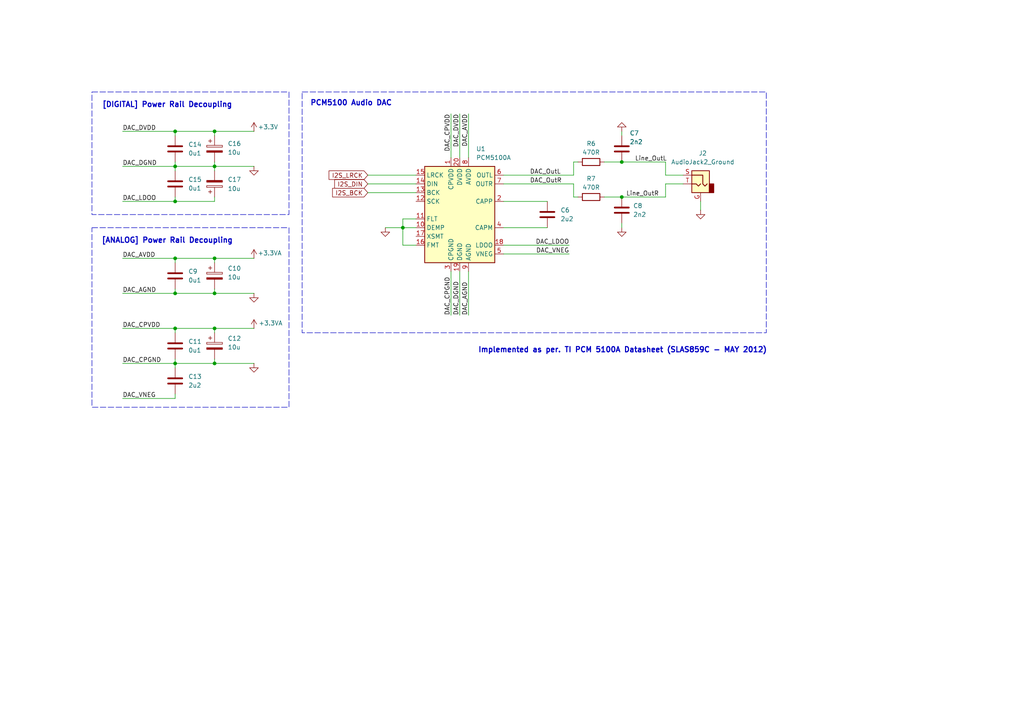
<source format=kicad_sch>
(kicad_sch (version 20231120) (generator "eeschema") (generator_version "8.0")
  (paper "A4")
  (lib_symbols
    (symbol "Audio:PCM5100A"
      (property "Reference" "U" (at -10.16 13.97 0))
      (property "Value" "PCM5100A" (at 3.81 13.97 0))
      (symbol "PCM5100A_0_1"
        (rectangle (start -10.16 12.7) (end 10.16 -15.24) (stroke (width 0.254)) (fill (type background)))
      )
      (symbol "PCM5100A_1_1"
        (pin passive line (at -2.54 15.24 270) (length 2.54) (name "CPVDD") (number "1"))
        (pin input line (at -12.7 -5.08 0) (length 2.54) (name "DEMP") (number "10"))
        (pin input line (at -12.7 -2.54 0) (length 2.54) (name "FLT") (number "11"))
        (pin input line (at -12.7 2.54 0) (length 2.54) (name "SCK") (number "12"))
        (pin input line (at -12.7 5.08 0) (length 2.54) (name "BCK") (number "13"))
        (pin input line (at -12.7 7.62 0) (length 2.54) (name "DIN") (number "14"))
        (pin input line (at -12.7 10.16 0) (length 2.54) (name "LRCK") (number "15"))
        (pin input line (at -12.7 -10.16 0) (length 2.54) (name "FMT") (number "16"))
        (pin input line (at -12.7 -7.62 0) (length 2.54) (name "XSMT") (number "17"))
        (pin passive line (at 12.7 -10.16 180) (length 2.54) (name "LDOO") (number "18"))
        (pin power_in line (at 0 -17.78 90) (length 2.54) (name "DGND") (number "19"))
        (pin passive line (at 12.7 2.54 180) (length 2.54) (name "CAPP") (number "2"))
        (pin power_in line (at 0 15.24 270) (length 2.54) (name "DVDD") (number "20"))
        (pin power_in line (at -2.54 -17.78 90) (length 2.54) (name "CPGND") (number "3"))
        (pin passive line (at 12.7 -5.08 180) (length 2.54) (name "CAPM") (number "4"))
        (pin passive line (at 12.7 -12.7 180) (length 2.54) (name "VNEG") (number "5"))
        (pin output line (at 12.7 10.16 180) (length 2.54) (name "OUTL") (number "6"))
        (pin output line (at 12.7 7.62 180) (length 2.54) (name "OUTR") (number "7"))
        (pin power_in line (at 2.54 15.24 270) (length 2.54) (name "AVDD") (number "8"))
        (pin power_in line (at 2.54 -17.78 90) (length 2.54) (name "AGND") (number "9"))
      )
    )
    (symbol "Connector_Audio:AudioJack2_Ground"
      (property "Reference" "J" (at 0 8.89 0))
      (property "Value" "AudioJack2_Ground" (at 0 6.35 0))
      (symbol "AudioJack2_Ground_0_1"
        (rectangle (start -2.54 -2.54) (end -3.81 0) (stroke (width 0.254)) (fill (type outline)))
        (polyline (pts (xy 0 0) (xy 0.635 -0.635) (xy 1.27 0) (xy 2.54 0)) (stroke (width 0.254)))
        (polyline (pts (xy 2.54 2.54) (xy -0.635 2.54) (xy -0.635 0) (xy -1.27 -0.635) (xy -1.905 0)) (stroke (width 0.254)))
        (rectangle (start 2.54 3.81) (end -2.54 -2.54) (stroke (width 0.254)) (fill (type background)))
      )
      (symbol "AudioJack2_Ground_1_1"
        (pin passive line (at 0 -5.08 90) (length 2.54) (name "~") (number "G"))
        (pin passive line (at 5.08 2.54 180) (length 2.54) (name "~") (number "S"))
        (pin passive line (at 5.08 0 180) (length 2.54) (name "~") (number "T"))
      )
    )
    (symbol "Device:C" (pin_numbers hide) (pin_names (offset 0.254))
      (property "Reference" "C" (at 0.635 2.54 0))
      (property "Value" "C" (at 0.635 -2.54 0))
      (symbol "C_0_1"
        (polyline (pts (xy -2.032 -0.762) (xy 2.032 -0.762)) (stroke (width 0.508)))
        (polyline (pts (xy -2.032 0.762) (xy 2.032 0.762)) (stroke (width 0.508)))
      )
      (symbol "C_1_1"
        (pin passive line (at 0 3.81 270) (length 2.794) (name "~") (number "1"))
        (pin passive line (at 0 -3.81 90) (length 2.794) (name "~") (number "2"))
      )
    )
    (symbol "Device:C_Polarized" (pin_numbers hide) (pin_names (offset 0.254))
      (property "Reference" "C" (at 0.635 2.54 0))
      (property "Value" "C_Polarized" (at 0.635 -2.54 0))
      (symbol "C_Polarized_0_1"
        (rectangle (start -2.286 0.508) (end 2.286 1.016))
        (polyline (pts (xy -1.778 2.286) (xy -0.762 2.286)))
        (polyline (pts (xy -1.27 2.794) (xy -1.27 1.778)))
        (rectangle (start 2.286 -0.508) (end -2.286 -1.016) (fill (type outline)))
      )
      (symbol "C_Polarized_1_1"
        (pin passive line (at 0 3.81 270) (length 2.794) (name "~") (number "1"))
        (pin passive line (at 0 -3.81 90) (length 2.794) (name "~") (number "2"))
      )
    )
    (symbol "Device:R" (pin_numbers hide) (pin_names (offset 0))
      (property "Reference" "R" (at 2.032 0 90))
      (property "Value" "R" (at 0 0 90))
      (symbol "R_0_1"
        (rectangle (start -1.016 -2.54) (end 1.016 2.54) (stroke (width 0.254)))
      )
      (symbol "R_1_1"
        (pin passive line (at 0 3.81 270) (length 1.27) (name "~") (number "1"))
        (pin passive line (at 0 -3.81 90) (length 1.27) (name "~") (number "2"))
      )
    )
    (symbol "power:+3.3V" (power) (pin_numbers hide) (pin_names (offset 0) hide)
      (property "Value" "+3.3V" (at 0 3.556 0))
      (symbol "+3.3V_0_1"
        (polyline (pts (xy -0.762 1.27) (xy 0 2.54)))
        (polyline (pts (xy 0 0) (xy 0 2.54)))
        (polyline (pts (xy 0 2.54) (xy 0.762 1.27)))
      )
      (symbol "+3.3V_1_1"
        (pin power_in line (at 0 0 90) (length 0) (name "~") (number "1"))
      )
    )
    (symbol "power:+3.3VA" (power) (pin_numbers hide) (pin_names (offset 0) hide)
      (property "Value" "+3.3VA" (at 0 3.556 0))
      (symbol "+3.3VA_0_1"
        (polyline (pts (xy -0.762 1.27) (xy 0 2.54)))
        (polyline (pts (xy 0 0) (xy 0 2.54)))
        (polyline (pts (xy 0 2.54) (xy 0.762 1.27)))
      )
      (symbol "+3.3VA_1_1"
        (pin power_in line (at 0 0 90) (length 0) (name "~") (number "1"))
      )
    )
    (symbol "power:GND" (power) (pin_numbers hide) (pin_names (offset 0) hide)
      (property "Value" "GND" (at 0 -3.81 0))
      (symbol "GND_0_1"
        (polyline (pts (xy 0 0) (xy 0 -1.27) (xy 1.27 -1.27) (xy 0 -2.54) (xy -1.27 -1.27) (xy 0 -1.27)))
      )
      (symbol "GND_1_1"
        (pin power_in line (at 0 0 270) (length 0) (name "~") (number "1"))
      )
    )
  )
  (junction (at 62.23 105.41))
  (junction (at 50.8 95.25))
  (junction (at 62.23 95.25))
  (junction (at 62.23 74.93))
  (junction (at 116.84 66.04))
  (junction (at 180.34 57.15))
  (junction (at 50.8 85.09))
  (junction (at 62.23 85.09))
  (junction (at 50.8 105.41))
  (junction (at 180.34 46.99))
  (junction (at 50.8 48.26))
  (junction (at 62.23 48.26))
  (junction (at 50.8 58.42))
  (junction (at 50.8 38.1))
  (junction (at 50.8 74.93))
  (junction (at 62.23 38.1))
  (wire (pts (xy 116.84 71.12) (xy 116.84 66.04)))
  (wire (pts (xy 130.81 33.02) (xy 130.81 45.72)))
  (wire (pts (xy 180.34 38.1) (xy 180.34 39.37)))
  (wire (pts (xy 62.23 85.09) (xy 73.66 85.09)))
  (wire (pts (xy 50.8 76.2) (xy 50.8 74.93)))
  (wire (pts (xy 175.26 57.15) (xy 180.34 57.15)))
  (wire (pts (xy 120.65 63.5) (xy 116.84 63.5)))
  (wire (pts (xy 146.05 58.42) (xy 158.75 58.42)))
  (wire (pts (xy 50.8 74.93) (xy 35.56 74.93)))
  (wire (pts (xy 146.05 66.04) (xy 158.75 66.04)))
  (wire (pts (xy 166.37 57.15) (xy 167.64 57.15)))
  (wire (pts (xy 50.8 74.93) (xy 62.23 74.93)))
  (wire (pts (xy 50.8 85.09) (xy 50.8 83.82)))
  (wire (pts (xy 193.04 53.34) (xy 193.04 57.15)))
  (wire (pts (xy 50.8 105.41) (xy 50.8 106.68)))
  (wire (pts (xy 62.23 104.14) (xy 62.23 105.41)))
  (wire (pts (xy 193.04 57.15) (xy 180.34 57.15)))
  (wire (pts (xy 50.8 95.25) (xy 62.23 95.25)))
  (wire (pts (xy 62.23 95.25) (xy 73.66 95.25)))
  (wire (pts (xy 50.8 58.42) (xy 35.56 58.42)))
  (wire (pts (xy 130.81 78.74) (xy 130.81 91.44)))
  (wire (pts (xy 198.12 50.8) (xy 193.04 50.8)))
  (wire (pts (xy 166.37 57.15) (xy 166.37 53.34)))
  (wire (pts (xy 50.8 115.57) (xy 35.56 115.57)))
  (wire (pts (xy 50.8 95.25) (xy 35.56 95.25)))
  (wire (pts (xy 62.23 38.1) (xy 73.66 38.1)))
  (wire (pts (xy 62.23 48.26) (xy 73.66 48.26)))
  (wire (pts (xy 50.8 105.41) (xy 50.8 104.14)))
  (wire (pts (xy 106.68 55.88) (xy 120.65 55.88)))
  (wire (pts (xy 135.89 33.02) (xy 135.89 45.72)))
  (wire (pts (xy 180.34 64.77) (xy 180.34 66.04)))
  (wire (pts (xy 62.23 58.42) (xy 50.8 58.42)))
  (wire (pts (xy 166.37 50.8) (xy 146.05 50.8)))
  (wire (pts (xy 35.56 48.26) (xy 50.8 48.26)))
  (wire (pts (xy 106.68 53.34) (xy 120.65 53.34)))
  (wire (pts (xy 62.23 76.2) (xy 62.23 74.93)))
  (wire (pts (xy 116.84 66.04) (xy 111.76 66.04)))
  (wire (pts (xy 50.8 39.37) (xy 50.8 38.1)))
  (wire (pts (xy 35.56 105.41) (xy 50.8 105.41)))
  (wire (pts (xy 35.56 85.09) (xy 50.8 85.09)))
  (wire (pts (xy 106.68 50.8) (xy 120.65 50.8)))
  (wire (pts (xy 62.23 74.93) (xy 73.66 74.93)))
  (wire (pts (xy 133.35 33.02) (xy 133.35 45.72)))
  (wire (pts (xy 203.2 60.96) (xy 203.2 58.42)))
  (wire (pts (xy 166.37 46.99) (xy 167.64 46.99)))
  (wire (pts (xy 62.23 83.82) (xy 62.23 85.09)))
  (wire (pts (xy 135.89 78.74) (xy 135.89 91.44)))
  (wire (pts (xy 146.05 73.66) (xy 165.1 73.66)))
  (wire (pts (xy 62.23 96.52) (xy 62.23 95.25)))
  (wire (pts (xy 50.8 96.52) (xy 50.8 95.25)))
  (wire (pts (xy 62.23 46.99) (xy 62.23 48.26)))
  (wire (pts (xy 50.8 114.3) (xy 50.8 115.57)))
  (wire (pts (xy 50.8 48.26) (xy 50.8 46.99)))
  (wire (pts (xy 62.23 58.42) (xy 62.23 57.15)))
  (wire (pts (xy 175.26 46.99) (xy 180.34 46.99)))
  (wire (pts (xy 62.23 105.41) (xy 73.66 105.41)))
  (wire (pts (xy 50.8 57.15) (xy 50.8 58.42)))
  (wire (pts (xy 62.23 105.41) (xy 50.8 105.41)))
  (wire (pts (xy 62.23 48.26) (xy 62.23 49.53)))
  (wire (pts (xy 180.34 46.99) (xy 193.04 46.99)))
  (wire (pts (xy 50.8 38.1) (xy 62.23 38.1)))
  (wire (pts (xy 120.65 71.12) (xy 116.84 71.12)))
  (wire (pts (xy 62.23 48.26) (xy 50.8 48.26)))
  (wire (pts (xy 193.04 50.8) (xy 193.04 46.99)))
  (wire (pts (xy 50.8 38.1) (xy 35.56 38.1)))
  (wire (pts (xy 62.23 85.09) (xy 50.8 85.09)))
  (wire (pts (xy 133.35 78.74) (xy 133.35 91.44)))
  (wire (pts (xy 116.84 66.04) (xy 116.84 63.5)))
  (wire (pts (xy 50.8 48.26) (xy 50.8 49.53)))
  (wire (pts (xy 166.37 46.99) (xy 166.37 50.8)))
  (wire (pts (xy 198.12 53.34) (xy 193.04 53.34)))
  (wire (pts (xy 62.23 39.37) (xy 62.23 38.1)))
  (wire (pts (xy 120.65 66.04) (xy 116.84 66.04)))
  (wire (pts (xy 166.37 53.34) (xy 146.05 53.34)))
  (wire (pts (xy 146.05 71.12) (xy 165.1 71.12)))
  (rectangle (start 87.63 26.67) (end 222.25 96.52) (stroke (width 0) (type dash)))
  (rectangle (start 26.67 66.04) (end 83.82 118.11) (stroke (width 0) (type dash)))
  (rectangle (start 26.67 26.67) (end 83.82 62.23) (stroke (width 0) (type dash)))
  (text "PCM5100 Audio DAC" (at 101.854 29.972 0) (effects (font (size 1.524 1.524) (thickness 0.3048) (bold yes))))
  (text "[DIGITAL] Power Rail Decoupling" (at 48.514 30.48 0) (effects (font (size 1.524 1.524) (thickness 0.3048) (bold yes))))
  (text "[ANALOG] Power Rail Decoupling" (at 48.514 69.85 0) (effects (font (size 1.524 1.524) (thickness 0.3048) (bold yes))))
  (text "Implemented as per. TI PCM 5100A Datasheet (SLAS859C - MAY 2012)" (at 180.594 101.6 0) (effects (font (size 1.524 1.524) (thickness 0.3048) (bold yes))))
  (label "Line_OutL" (at 184.15 46.99 0))
  (label "DAC_LDOO" (at 35.56 58.42 0))
  (label "DAC_AVDD" (at 35.56 74.93 0))
  (label "DAC_VNEG" (at 35.56 115.57 0))
  (label "DAC_DVDD" (at 133.35 33.02 270))
  (label "DAC_CPGND" (at 130.81 91.44 90))
  (label "DAC_VNEG" (at 165.1 73.66 180))
  (label "DAC_DGND" (at 35.56 48.26 0))
  (label "DAC_OutL" (at 153.67 50.8 0))
  (label "DAC_OutR" (at 153.67 53.34 0))
  (label "DAC_LDOO" (at 165.1 71.12 180))
  (label "DAC_AGND" (at 135.89 91.44 90))
  (label "DAC_CPGND" (at 35.56 105.41 0))
  (label "DAC_CPVDD" (at 35.56 95.25 0))
  (label "DAC_AGND" (at 35.56 85.09 0))
  (label "Line_OutR" (at 181.61 57.15 0))
  (label "DAC_DVDD" (at 35.56 38.1 0))
  (label "DAC_CPVDD" (at 130.81 33.02 270))
  (label "DAC_DGND" (at 133.35 91.44 90))
  (label "DAC_AVDD" (at 135.89 33.02 270))
  (global_label "I2S_DIN" (shape input) (at 106.68 53.34 180) (property "Intersheetrefs" "${INTERSHEET_REFS}" (effects (hide yes))))
  (global_label "I2S_LRCK" (shape input) (at 106.68 50.8 180) (property "Intersheetrefs" "${INTERSHEET_REFS}" (effects (hide yes))))
  (global_label "I2S_BCK" (shape input) (at 106.68 55.88 180) (property "Intersheetrefs" "${INTERSHEET_REFS}" (effects (hide yes))))
  (symbol (lib_id "power:+3.3VA") (at 73.66 95.25 0) (unit 1)
    (property "Reference" "#PWR016" (effects (hide yes)))
    (property "Value" "+3.3VA" (at 78.486 93.726 0))
    (property "Description" "Power symbol creates a global label with name \"+3.3VA\"" (effects (hide yes)))
  )
  (symbol (lib_id "Device:C") (at 50.8 80.01 0) (unit 1)
    (property "Reference" "C9" (at 54.61 78.7399 0) (effects (justify left)))
    (property "Value" "0u1" (at 54.61 81.2799 0) (effects (justify left)))
    (property "Description" "Unpolarized capacitor" (effects (hide yes)))
  )
  (symbol (lib_id "Device:C") (at 50.8 100.33 0) (unit 1)
    (property "Reference" "C11" (at 54.61 99.0599 0) (effects (justify left)))
    (property "Value" "0u1" (at 54.61 101.5999 0) (effects (justify left)))
    (property "Description" "Unpolarized capacitor" (effects (hide yes)))
  )
  (symbol (lib_id "Device:C") (at 180.34 43.18 0) (unit 1)
    (property "Reference" "C7" (at 182.626 38.608 0) (effects (justify left)))
    (property "Value" "2n2" (at 182.626 41.148 0) (effects (justify left)))
    (property "Description" "Unpolarized capacitor" (effects (hide yes)))
  )
  (symbol (lib_id "Device:C_Polarized") (at 62.23 100.33 0) (unit 1)
    (property "Reference" "C12" (at 66.04 98.1709 0) (effects (justify left)))
    (property "Value" "10u" (at 66.04 100.7109 0) (effects (justify left)))
    (property "Description" "Polarized capacitor" (effects (hide yes)))
  )
  (symbol (lib_id "Device:C") (at 50.8 53.34 0) (unit 1)
    (property "Reference" "C15" (at 54.61 52.0699 0) (effects (justify left)))
    (property "Value" "0u1" (at 54.61 54.6099 0) (effects (justify left)))
    (property "Description" "Unpolarized capacitor" (effects (hide yes)))
  )
  (symbol (lib_id "power:GND") (at 203.2 60.96 0) (unit 1)
    (property "Reference" "#PWR013" (effects (hide yes)))
    (property "Value" "GND" (effects (hide yes)))
    (property "Description" "Power symbol creates a global label with name \"GND\" , ground" (effects (hide yes)))
  )
  (symbol (lib_id "Device:C") (at 50.8 110.49 0) (unit 1)
    (property "Reference" "C13" (at 54.61 109.2199 0) (effects (justify left)))
    (property "Value" "2u2" (at 54.61 111.7599 0) (effects (justify left)))
    (property "Description" "Unpolarized capacitor" (effects (hide yes)))
  )
  (symbol (lib_id "Device:C_Polarized") (at 62.23 43.18 0) (unit 1)
    (property "Reference" "C16" (at 66.04 41.656 0) (effects (justify left)))
    (property "Value" "10u" (at 66.04 44.196 0) (effects (justify left)))
    (property "Description" "Polarized capacitor" (effects (hide yes)))
  )
  (symbol (lib_id "Device:C") (at 50.8 43.18 0) (unit 1)
    (property "Reference" "C14" (at 54.61 41.9099 0) (effects (justify left)))
    (property "Value" "0u1" (at 54.61 44.4499 0) (effects (justify left)))
    (property "Description" "Unpolarized capacitor" (effects (hide yes)))
  )
  (symbol (lib_id "Device:C") (at 158.75 62.23 0) (unit 1)
    (property "Reference" "C6" (at 162.56 60.9599 0) (effects (justify left)))
    (property "Value" "2u2" (at 162.56 63.4999 0) (effects (justify left)))
    (property "Description" "Unpolarized capacitor" (effects (hide yes)))
  )
  (symbol (lib_id "Device:C") (at 180.34 60.96 0) (unit 1)
    (property "Reference" "C8" (at 183.642 59.69 0) (effects (justify left)))
    (property "Value" "2n2" (at 183.642 62.23 0) (effects (justify left)))
    (property "Description" "Unpolarized capacitor" (effects (hide yes)))
  )
  (symbol (lib_id "Device:R") (at 171.45 46.99 270) (unit 1)
    (property "Reference" "R6" (at 171.45 41.656 90))
    (property "Value" "470R" (at 171.45 44.196 90))
    (property "Description" "Resistor" (effects (hide yes)))
  )
  (symbol (lib_id "power:GND") (at 180.34 66.04 0) (unit 1)
    (property "Reference" "#PWR012" (effects (hide yes)))
    (property "Value" "GND" (effects (hide yes)))
    (property "Description" "Power symbol creates a global label with name \"GND\" , ground" (effects (hide yes)))
  )
  (symbol (lib_id "power:GND") (at 111.76 66.04 0) (unit 1)
    (property "Reference" "#PWR010" (effects (hide yes)))
    (property "Value" "GND" (effects (hide yes)))
    (property "Description" "Power symbol creates a global label with name \"GND\" , ground" (effects (hide yes)))
  )
  (symbol (lib_id "power:GND") (at 73.66 48.26 0) (unit 1)
    (property "Reference" "#PWR019" (effects (hide yes)))
    (property "Value" "GND" (effects (hide yes)))
    (property "Description" "Power symbol creates a global label with name \"GND\" , ground" (effects (hide yes)))
  )
  (symbol (lib_id "power:GND") (at 73.66 85.09 0) (unit 1)
    (property "Reference" "#PWR015" (effects (hide yes)))
    (property "Value" "GND" (effects (hide yes)))
    (property "Description" "Power symbol creates a global label with name \"GND\" , ground" (effects (hide yes)))
  )
  (symbol (lib_id "power:GND") (at 73.66 105.41 0) (unit 1)
    (property "Reference" "#PWR017" (effects (hide yes)))
    (property "Value" "GND" (effects (hide yes)))
    (property "Description" "Power symbol creates a global label with name \"GND\" , ground" (effects (hide yes)))
  )
  (symbol (lib_id "Device:C_Polarized") (at 62.23 80.01 0) (unit 1)
    (property "Reference" "C10" (at 66.04 77.8509 0) (effects (justify left)))
    (property "Value" "10u" (at 66.04 80.3909 0) (effects (justify left)))
    (property "Description" "Polarized capacitor" (effects (hide yes)))
  )
  (symbol (lib_id "Device:R") (at 171.45 57.15 270) (unit 1)
    (property "Reference" "R7" (at 171.45 51.816 90))
    (property "Value" "470R" (at 171.45 54.356 90))
    (property "Description" "Resistor" (effects (hide yes)))
  )
  (symbol (lib_id "Device:C_Polarized") (at 62.23 53.34 0) (mirror x) (unit 1)
    (property "Reference" "C17" (at 66.04 52.07 0) (effects (justify left)))
    (property "Value" "10u" (at 66.04 54.7371 0) (effects (justify left)))
    (property "Description" "Polarized capacitor" (effects (hide yes)))
  )
  (symbol (lib_id "power:GND") (at 180.34 38.1 0) (mirror x) (unit 1)
    (property "Reference" "#PWR011" (effects (hide yes)))
    (property "Value" "GND" (effects (hide yes)))
    (property "Description" "Power symbol creates a global label with name \"GND\" , ground" (effects (hide yes)))
  )
  (symbol (lib_id "power:+3.3V") (at 73.66 38.1 0) (unit 1)
    (property "Reference" "#PWR018" (effects (hide yes)))
    (property "Value" "+3.3V" (at 77.724 36.83 0))
    (property "Description" "Power symbol creates a global label with name \"+3.3V\"" (effects (hide yes)))
  )
  (symbol (lib_id "power:+3.3VA") (at 73.66 74.93 0) (unit 1)
    (property "Reference" "#PWR014" (effects (hide yes)))
    (property "Value" "+3.3VA" (at 78.232 73.406 0))
    (property "Description" "Power symbol creates a global label with name \"+3.3VA\"" (effects (hide yes)))
  )
  (symbol (lib_id "Audio:PCM5100A") (at 133.35 60.96 0) (unit 1)
    (property "Reference" "U1" (at 138.0841 43.18 0) (effects (justify left)))
    (property "Value" "PCM5100A" (at 138.0841 45.72 0) (effects (justify left)))
    (property "Footprint" "Package_SO:TSSOP-20_4.4x6.5mm_P0.65mm" (effects (hide yes)))
    (property "Datasheet" "https://www.ti.com/lit/ds/symlink/pcm5100a.pdf" (effects (hide yes)))
    (property "Description" "2.1 VRMS, 100dB Audio Stereo DAC with PLL and 32-bit, 384kHz PCM Interface, TSSOP-20" (effects (hide yes)))
  )
  (symbol (lib_id "Connector_Audio:AudioJack2_Ground") (at 203.2 53.34 0) (mirror y) (unit 1)
    (property "Reference" "J2" (at 203.835 44.45 0))
    (property "Value" "AudioJack2_Ground" (at 203.835 46.99 0))
    (property "Description" "Audio Jack, 2 Poles (Mono / TS), Grounded Sleeve" (effects (hide yes)))
  )
)
</source>
